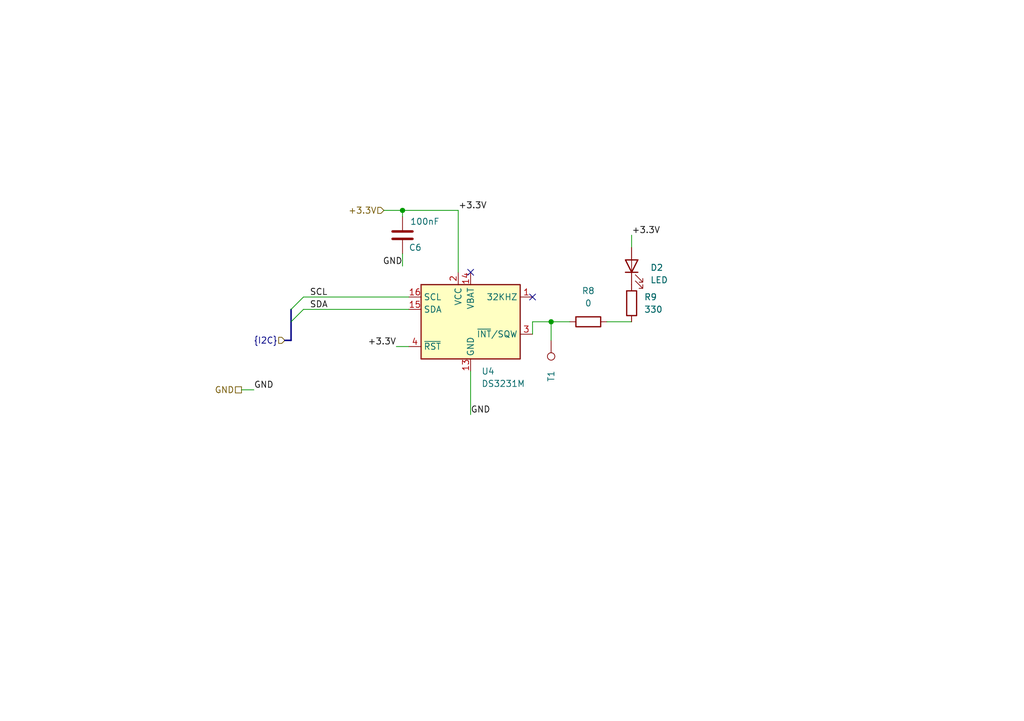
<source format=kicad_sch>
(kicad_sch (version 20231120) (generator "eeschema") (generator_version "8.0")
  (paper "A5")
  (title_block (title "RTC") (date "2024-11-03") (rev "1.0"))
  (lib_symbols
    (symbol "Connector:TestPoint" (pin_numbers hide) (pin_names (offset 0.762) hide)
      (property "Reference" "TP" (at 0 6.858 0))
      (property "Value" "TestPoint" (at 0 5.08 0))
      (symbol "TestPoint_0_1"
        (circle (center 0 3.302) (radius 0.762))
      )
      (symbol "TestPoint_1_1"
        (pin passive line (at 0 0 90) (length 2.54) (name "1") (number "1"))
      )
    )
    (symbol "Device:C" (pin_numbers hide) (pin_names (offset 0.254))
      (property "Reference" "C" (at 0.635 2.54 0))
      (property "Value" "C" (at 0.635 -2.54 0))
      (symbol "C_0_1"
        (polyline (pts (xy -2.032 -0.762) (xy 2.032 -0.762)) (stroke (width 0.508)))
        (polyline (pts (xy -2.032 0.762) (xy 2.032 0.762)) (stroke (width 0.508)))
      )
      (symbol "C_1_1"
        (pin passive line (at 0 3.81 270) (length 2.794) (name "~") (number "1"))
        (pin passive line (at 0 -3.81 90) (length 2.794) (name "~") (number "2"))
      )
    )
    (symbol "Device:LED" (pin_numbers hide) (pin_names (offset 1.016) hide)
      (property "Reference" "D" (at 0 2.54 0))
      (property "Value" "LED" (at 0 -2.54 0))
      (symbol "LED_0_1"
        (polyline (pts (xy -1.27 -1.27) (xy -1.27 1.27)) (stroke (width 0.254)))
        (polyline (pts (xy -1.27 0) (xy 1.27 0)))
        (polyline (pts (xy 1.27 -1.27) (xy 1.27 1.27) (xy -1.27 0) (xy 1.27 -1.27)) (stroke (width 0.254)))
        (polyline (pts (xy -3.048 -0.762) (xy -4.572 -2.286) (xy -3.81 -2.286) (xy -4.572 -2.286) (xy -4.572 -1.524)))
        (polyline (pts (xy -1.778 -0.762) (xy -3.302 -2.286) (xy -2.54 -2.286) (xy -3.302 -2.286) (xy -3.302 -1.524)))
      )
      (symbol "LED_1_1"
        (pin passive line (at -3.81 0 0) (length 2.54) (name "K") (number "1"))
        (pin passive line (at 3.81 0 180) (length 2.54) (name "A") (number "2"))
      )
    )
    (symbol "Device:R" (pin_numbers hide) (pin_names (offset 0))
      (property "Reference" "R" (at 2.032 0 90))
      (property "Value" "R" (at 0 0 90))
      (symbol "R_0_1"
        (rectangle (start -1.016 -2.54) (end 1.016 2.54) (stroke (width 0.254)))
      )
      (symbol "R_1_1"
        (pin passive line (at 0 3.81 270) (length 1.27) (name "~") (number "1"))
        (pin passive line (at 0 -3.81 90) (length 1.27) (name "~") (number "2"))
      )
    )
    (symbol "Timer_RTC:DS3231M"
      (property "Reference" "U" (at -7.62 8.89 0))
      (property "Value" "DS3231M" (at 10.16 8.89 0))
      (symbol "DS3231M_0_1"
        (rectangle (start -10.16 7.62) (end 10.16 -7.62) (stroke (width 0.254)) (fill (type background)))
      )
      (symbol "DS3231M_1_1"
        (pin open_collector line (at 12.7 5.08 180) (length 2.54) (name "32KHZ") (number "1"))
        (pin passive line (at 0 -10.16 90) (length 2.54) hide (name "GND") (number "10"))
        (pin passive line (at 0 -10.16 90) (length 2.54) hide (name "GND") (number "11"))
        (pin passive line (at 0 -10.16 90) (length 2.54) hide (name "GND") (number "12"))
        (pin power_in line (at 0 -10.16 90) (length 2.54) (name "GND") (number "13"))
        (pin power_in line (at 0 10.16 270) (length 2.54) (name "VBAT") (number "14"))
        (pin bidirectional line (at -12.7 2.54 0) (length 2.54) (name "SDA") (number "15"))
        (pin input line (at -12.7 5.08 0) (length 2.54) (name "SCL") (number "16"))
        (pin power_in line (at -2.54 10.16 270) (length 2.54) (name "VCC") (number "2"))
        (pin open_collector line (at 12.7 -2.54 180) (length 2.54) (name "~{INT}/SQW") (number "3"))
        (pin bidirectional line (at -12.7 -5.08 0) (length 2.54) (name "~{RST}") (number "4"))
        (pin passive line (at 0 -10.16 90) (length 2.54) hide (name "GND") (number "5"))
        (pin passive line (at 0 -10.16 90) (length 2.54) hide (name "GND") (number "6"))
        (pin passive line (at 0 -10.16 90) (length 2.54) hide (name "GND") (number "7"))
        (pin passive line (at 0 -10.16 90) (length 2.54) hide (name "GND") (number "8"))
        (pin passive line (at 0 -10.16 90) (length 2.54) hide (name "GND") (number "9"))
      )
    )
  )
  (junction (at 113.03 66.04))
  (junction (at 82.55 43.18))
  (no_connect (at 109.22 60.96))
  (no_connect (at 96.52 55.88))
  (bus_entry (at 62.23 63.5) (size -2.54 2.54))
  (bus_entry (at 62.23 60.96) (size -2.54 2.54))
  (bus (pts (xy 59.69 69.85) (xy 59.69 66.04)))
  (wire (pts (xy 82.55 43.18) (xy 93.98 43.18)))
  (wire (pts (xy 93.98 43.18) (xy 93.98 55.88)))
  (wire (pts (xy 96.52 76.2) (xy 96.52 85.09)))
  (wire (pts (xy 81.28 71.12) (xy 83.82 71.12)))
  (wire (pts (xy 129.54 48.26) (xy 129.54 50.8)))
  (wire (pts (xy 109.22 66.04) (xy 109.22 68.58)))
  (wire (pts (xy 113.03 66.04) (xy 116.84 66.04)))
  (bus (pts (xy 58.42 69.85) (xy 59.69 69.85)))
  (wire (pts (xy 78.74 43.18) (xy 82.55 43.18)))
  (wire (pts (xy 82.55 52.07) (xy 82.55 54.61)))
  (wire (pts (xy 113.03 66.04) (xy 113.03 69.85)))
  (wire (pts (xy 124.46 66.04) (xy 129.54 66.04)))
  (wire (pts (xy 62.23 60.96) (xy 83.82 60.96)))
  (wire (pts (xy 49.53 80.01) (xy 52.07 80.01)))
  (wire (pts (xy 82.55 43.18) (xy 82.55 44.45)))
  (wire (pts (xy 109.22 66.04) (xy 113.03 66.04)))
  (bus (pts (xy 59.69 66.04) (xy 59.69 63.5)))
  (wire (pts (xy 62.23 63.5) (xy 83.82 63.5)))
  (label "GND" (at 82.55 54.61 180))
  (label "GND" (at 96.52 85.09 0))
  (label "GND" (at 52.07 80.01 0))
  (label "SDA" (at 63.5 63.5 0))
  (label "+3.3V" (at 129.54 48.26 0))
  (label "SCL" (at 63.5 60.96 0))
  (label "+3.3V" (at 81.28 71.12 180))
  (label "+3.3V" (at 93.98 43.18 0))
  (hierarchical_label "+3.3V" (shape input) (at 78.74 43.18 180))
  (hierarchical_label "GND" (shape passive) (at 49.53 80.01 180))
  (hierarchical_label "{I2C}" (shape input) (at 58.42 69.85 180))
  (symbol (lib_id "Device:R") (at 120.65 66.04 90) (unit 1)
    (property "Reference" "R8" (at 120.65 59.69 90))
    (property "Value" "0" (at 120.65 62.23 90))
    (property "Footprint" "Resistor_SMD:R_0603_1608Metric" (effects (hide yes)))
  )
  (symbol (lib_id "Connector:TestPoint") (at 113.03 69.85 180) (unit 1)
    (property "Reference" "T1" (at 113.03 77.216 90))
    (property "Value" "TP" (effects (hide yes)))
    (property "Footprint" "TestPoint:TestPoint_Pad_D1.0mm" (effects (hide yes)))
    (property "Description" "test point" (effects (hide yes)))
  )
  (symbol (lib_id "Device:LED") (at 129.54 54.61 90) (unit 1)
    (property "Reference" "D2" (at 133.35 54.9275 90) (effects (justify right)))
    (property "Value" "LED" (at 133.35 57.4675 90) (effects (justify right)))
    (property "Footprint" "LED_SMD:LED_0603_1608Metric" (effects (hide yes)))
  )
  (symbol (lib_id "Timer_RTC:DS3231M") (at 96.52 66.04 0) (unit 1)
    (property "Reference" "U4" (at 98.7141 76.2 0) (effects (justify left)))
    (property "Value" "DS3231M" (at 98.7141 78.74 0) (effects (justify left)))
    (property "Footprint" "Package_SO:SOIC-16W_7.5x10.3mm_P1.27mm" (effects (hide yes)))
    (property "Datasheet" "http://datasheets.maximintegrated.com/en/ds/DS3231.pdf" (effects (hide yes)))
    (property "Description" "Extremely Accurate I2C-Integrated RTC/TCXO/Crystal SOIC-16" (effects (hide yes)))
  )
  (symbol (lib_id "Device:C") (at 82.55 48.26 0) (unit 1)
    (property "Reference" "C6" (at 83.82 50.8 0) (effects (justify left)))
    (property "Value" "100nF" (at 84.074 45.466 0) (effects (justify left)))
    (property "Footprint" "Capacitor_SMD:C_0603_1608Metric" (effects (hide yes)))
  )
  (symbol (lib_id "Device:R") (at 129.54 62.23 0) (unit 1)
    (property "Reference" "R9" (at 132.08 60.9599 0) (effects (justify left)))
    (property "Value" "330" (at 132.08 63.4999 0) (effects (justify left)))
    (property "Footprint" "Resistor_SMD:R_0603_1608Metric" (effects (hide yes)))
  )
)
</source>
